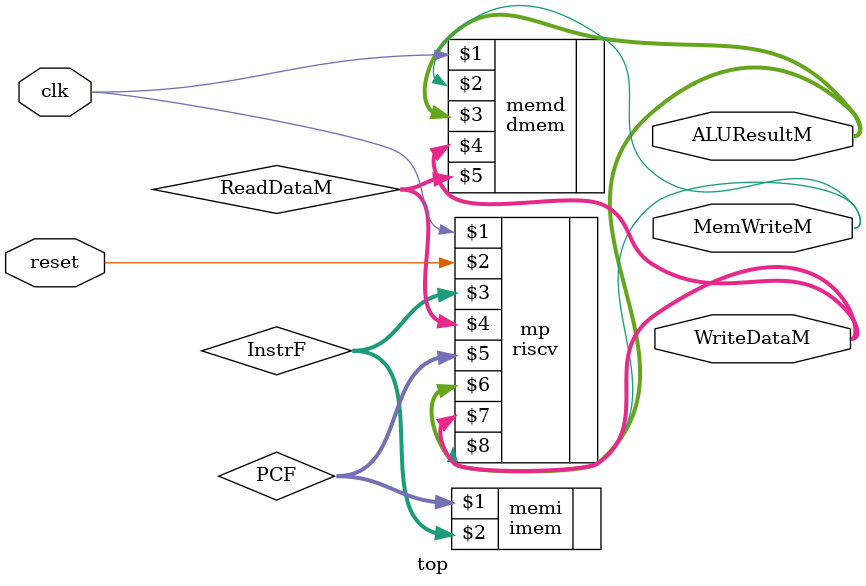
<source format=v>
`timescale 1ns / 1ps


 
module top(input          clk, reset,  
           output  [31:0] WriteDataM, ALUResultM,  //ALUResultM is also data address for memory
           output        MemWriteM); 
 
  wire [31:0] PCF, InstrF, ReadDataM; 
  
  riscv mp(clk,reset, InstrF ,ReadDataM ,PCF ,ALUResultM ,WriteDataM,MemWriteM ) ;
  imem memi(PCF , InstrF) ;
  dmem memd (clk,MemWriteM ,ALUResultM,WriteDataM,ReadDataM) ;
  
  endmodule
  
</source>
